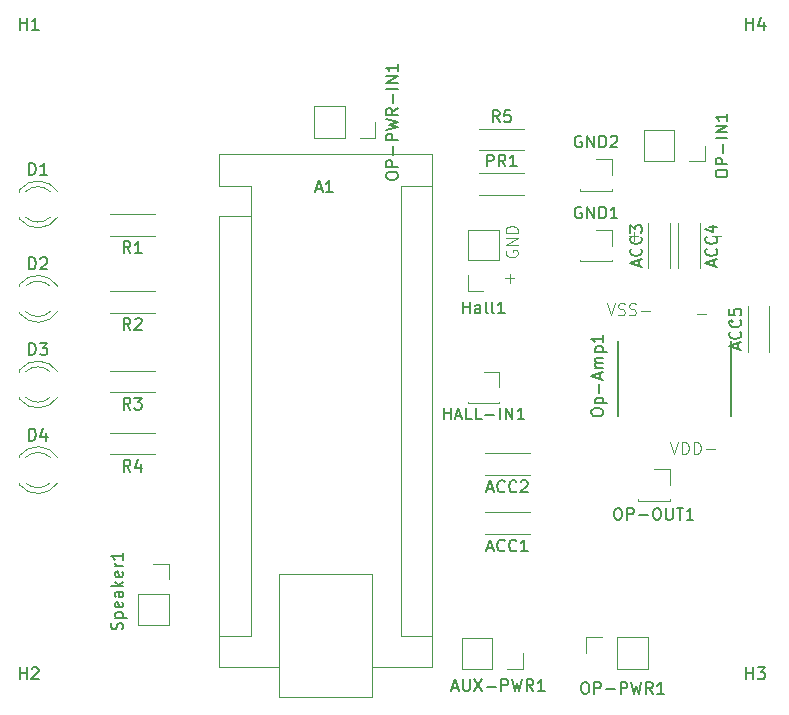
<source format=gbr>
%TF.GenerationSoftware,KiCad,Pcbnew,9.0.0*%
%TF.CreationDate,2025-03-12T10:53:54-03:00*%
%TF.ProjectId,ReceiverSide,52656365-6976-4657-9253-6964652e6b69,rev?*%
%TF.SameCoordinates,Original*%
%TF.FileFunction,Legend,Top*%
%TF.FilePolarity,Positive*%
%FSLAX46Y46*%
G04 Gerber Fmt 4.6, Leading zero omitted, Abs format (unit mm)*
G04 Created by KiCad (PCBNEW 9.0.0) date 2025-03-12 10:53:54*
%MOMM*%
%LPD*%
G01*
G04 APERTURE LIST*
%ADD10C,0.100000*%
%ADD11C,0.150000*%
%ADD12C,0.120000*%
%ADD13C,0.127000*%
%ADD14C,0.200000*%
G04 APERTURE END LIST*
D10*
X181553884Y-84991466D02*
X182315789Y-84991466D01*
X182803884Y-78466466D02*
X183565789Y-78466466D01*
X165303884Y-81991466D02*
X166065789Y-81991466D01*
X165684836Y-82372419D02*
X165684836Y-81610514D01*
X175803884Y-78466466D02*
X176565789Y-78466466D01*
X176184836Y-78847419D02*
X176184836Y-78085514D01*
X173911027Y-84122419D02*
X174244360Y-85122419D01*
X174244360Y-85122419D02*
X174577693Y-84122419D01*
X174863408Y-85074800D02*
X175006265Y-85122419D01*
X175006265Y-85122419D02*
X175244360Y-85122419D01*
X175244360Y-85122419D02*
X175339598Y-85074800D01*
X175339598Y-85074800D02*
X175387217Y-85027180D01*
X175387217Y-85027180D02*
X175434836Y-84931942D01*
X175434836Y-84931942D02*
X175434836Y-84836704D01*
X175434836Y-84836704D02*
X175387217Y-84741466D01*
X175387217Y-84741466D02*
X175339598Y-84693847D01*
X175339598Y-84693847D02*
X175244360Y-84646228D01*
X175244360Y-84646228D02*
X175053884Y-84598609D01*
X175053884Y-84598609D02*
X174958646Y-84550990D01*
X174958646Y-84550990D02*
X174911027Y-84503371D01*
X174911027Y-84503371D02*
X174863408Y-84408133D01*
X174863408Y-84408133D02*
X174863408Y-84312895D01*
X174863408Y-84312895D02*
X174911027Y-84217657D01*
X174911027Y-84217657D02*
X174958646Y-84170038D01*
X174958646Y-84170038D02*
X175053884Y-84122419D01*
X175053884Y-84122419D02*
X175291979Y-84122419D01*
X175291979Y-84122419D02*
X175434836Y-84170038D01*
X175815789Y-85074800D02*
X175958646Y-85122419D01*
X175958646Y-85122419D02*
X176196741Y-85122419D01*
X176196741Y-85122419D02*
X176291979Y-85074800D01*
X176291979Y-85074800D02*
X176339598Y-85027180D01*
X176339598Y-85027180D02*
X176387217Y-84931942D01*
X176387217Y-84931942D02*
X176387217Y-84836704D01*
X176387217Y-84836704D02*
X176339598Y-84741466D01*
X176339598Y-84741466D02*
X176291979Y-84693847D01*
X176291979Y-84693847D02*
X176196741Y-84646228D01*
X176196741Y-84646228D02*
X176006265Y-84598609D01*
X176006265Y-84598609D02*
X175911027Y-84550990D01*
X175911027Y-84550990D02*
X175863408Y-84503371D01*
X175863408Y-84503371D02*
X175815789Y-84408133D01*
X175815789Y-84408133D02*
X175815789Y-84312895D01*
X175815789Y-84312895D02*
X175863408Y-84217657D01*
X175863408Y-84217657D02*
X175911027Y-84170038D01*
X175911027Y-84170038D02*
X176006265Y-84122419D01*
X176006265Y-84122419D02*
X176244360Y-84122419D01*
X176244360Y-84122419D02*
X176387217Y-84170038D01*
X176815789Y-84741466D02*
X177577694Y-84741466D01*
X165420038Y-79672306D02*
X165372419Y-79767544D01*
X165372419Y-79767544D02*
X165372419Y-79910401D01*
X165372419Y-79910401D02*
X165420038Y-80053258D01*
X165420038Y-80053258D02*
X165515276Y-80148496D01*
X165515276Y-80148496D02*
X165610514Y-80196115D01*
X165610514Y-80196115D02*
X165800990Y-80243734D01*
X165800990Y-80243734D02*
X165943847Y-80243734D01*
X165943847Y-80243734D02*
X166134323Y-80196115D01*
X166134323Y-80196115D02*
X166229561Y-80148496D01*
X166229561Y-80148496D02*
X166324800Y-80053258D01*
X166324800Y-80053258D02*
X166372419Y-79910401D01*
X166372419Y-79910401D02*
X166372419Y-79815163D01*
X166372419Y-79815163D02*
X166324800Y-79672306D01*
X166324800Y-79672306D02*
X166277180Y-79624687D01*
X166277180Y-79624687D02*
X165943847Y-79624687D01*
X165943847Y-79624687D02*
X165943847Y-79815163D01*
X166372419Y-79196115D02*
X165372419Y-79196115D01*
X165372419Y-79196115D02*
X166372419Y-78624687D01*
X166372419Y-78624687D02*
X165372419Y-78624687D01*
X166372419Y-78148496D02*
X165372419Y-78148496D01*
X165372419Y-78148496D02*
X165372419Y-77910401D01*
X165372419Y-77910401D02*
X165420038Y-77767544D01*
X165420038Y-77767544D02*
X165515276Y-77672306D01*
X165515276Y-77672306D02*
X165610514Y-77624687D01*
X165610514Y-77624687D02*
X165800990Y-77577068D01*
X165800990Y-77577068D02*
X165943847Y-77577068D01*
X165943847Y-77577068D02*
X166134323Y-77624687D01*
X166134323Y-77624687D02*
X166229561Y-77672306D01*
X166229561Y-77672306D02*
X166324800Y-77767544D01*
X166324800Y-77767544D02*
X166372419Y-77910401D01*
X166372419Y-77910401D02*
X166372419Y-78148496D01*
X179306027Y-95872419D02*
X179639360Y-96872419D01*
X179639360Y-96872419D02*
X179972693Y-95872419D01*
X180306027Y-96872419D02*
X180306027Y-95872419D01*
X180306027Y-95872419D02*
X180544122Y-95872419D01*
X180544122Y-95872419D02*
X180686979Y-95920038D01*
X180686979Y-95920038D02*
X180782217Y-96015276D01*
X180782217Y-96015276D02*
X180829836Y-96110514D01*
X180829836Y-96110514D02*
X180877455Y-96300990D01*
X180877455Y-96300990D02*
X180877455Y-96443847D01*
X180877455Y-96443847D02*
X180829836Y-96634323D01*
X180829836Y-96634323D02*
X180782217Y-96729561D01*
X180782217Y-96729561D02*
X180686979Y-96824800D01*
X180686979Y-96824800D02*
X180544122Y-96872419D01*
X180544122Y-96872419D02*
X180306027Y-96872419D01*
X181306027Y-96872419D02*
X181306027Y-95872419D01*
X181306027Y-95872419D02*
X181544122Y-95872419D01*
X181544122Y-95872419D02*
X181686979Y-95920038D01*
X181686979Y-95920038D02*
X181782217Y-96015276D01*
X181782217Y-96015276D02*
X181829836Y-96110514D01*
X181829836Y-96110514D02*
X181877455Y-96300990D01*
X181877455Y-96300990D02*
X181877455Y-96443847D01*
X181877455Y-96443847D02*
X181829836Y-96634323D01*
X181829836Y-96634323D02*
X181782217Y-96729561D01*
X181782217Y-96729561D02*
X181686979Y-96824800D01*
X181686979Y-96824800D02*
X181544122Y-96872419D01*
X181544122Y-96872419D02*
X181306027Y-96872419D01*
X182306027Y-96491466D02*
X183067932Y-96491466D01*
D11*
X124238095Y-60954819D02*
X124238095Y-59954819D01*
X124238095Y-60431009D02*
X124809523Y-60431009D01*
X124809523Y-60954819D02*
X124809523Y-59954819D01*
X125809523Y-60954819D02*
X125238095Y-60954819D01*
X125523809Y-60954819D02*
X125523809Y-59954819D01*
X125523809Y-59954819D02*
X125428571Y-60097676D01*
X125428571Y-60097676D02*
X125333333Y-60192914D01*
X125333333Y-60192914D02*
X125238095Y-60240533D01*
X124238095Y-115954819D02*
X124238095Y-114954819D01*
X124238095Y-115431009D02*
X124809523Y-115431009D01*
X124809523Y-115954819D02*
X124809523Y-114954819D01*
X125238095Y-115050057D02*
X125285714Y-115002438D01*
X125285714Y-115002438D02*
X125380952Y-114954819D01*
X125380952Y-114954819D02*
X125619047Y-114954819D01*
X125619047Y-114954819D02*
X125714285Y-115002438D01*
X125714285Y-115002438D02*
X125761904Y-115050057D01*
X125761904Y-115050057D02*
X125809523Y-115145295D01*
X125809523Y-115145295D02*
X125809523Y-115240533D01*
X125809523Y-115240533D02*
X125761904Y-115383390D01*
X125761904Y-115383390D02*
X125190476Y-115954819D01*
X125190476Y-115954819D02*
X125809523Y-115954819D01*
X171761904Y-69982438D02*
X171666666Y-69934819D01*
X171666666Y-69934819D02*
X171523809Y-69934819D01*
X171523809Y-69934819D02*
X171380952Y-69982438D01*
X171380952Y-69982438D02*
X171285714Y-70077676D01*
X171285714Y-70077676D02*
X171238095Y-70172914D01*
X171238095Y-70172914D02*
X171190476Y-70363390D01*
X171190476Y-70363390D02*
X171190476Y-70506247D01*
X171190476Y-70506247D02*
X171238095Y-70696723D01*
X171238095Y-70696723D02*
X171285714Y-70791961D01*
X171285714Y-70791961D02*
X171380952Y-70887200D01*
X171380952Y-70887200D02*
X171523809Y-70934819D01*
X171523809Y-70934819D02*
X171619047Y-70934819D01*
X171619047Y-70934819D02*
X171761904Y-70887200D01*
X171761904Y-70887200D02*
X171809523Y-70839580D01*
X171809523Y-70839580D02*
X171809523Y-70506247D01*
X171809523Y-70506247D02*
X171619047Y-70506247D01*
X172238095Y-70934819D02*
X172238095Y-69934819D01*
X172238095Y-69934819D02*
X172809523Y-70934819D01*
X172809523Y-70934819D02*
X172809523Y-69934819D01*
X173285714Y-70934819D02*
X173285714Y-69934819D01*
X173285714Y-69934819D02*
X173523809Y-69934819D01*
X173523809Y-69934819D02*
X173666666Y-69982438D01*
X173666666Y-69982438D02*
X173761904Y-70077676D01*
X173761904Y-70077676D02*
X173809523Y-70172914D01*
X173809523Y-70172914D02*
X173857142Y-70363390D01*
X173857142Y-70363390D02*
X173857142Y-70506247D01*
X173857142Y-70506247D02*
X173809523Y-70696723D01*
X173809523Y-70696723D02*
X173761904Y-70791961D01*
X173761904Y-70791961D02*
X173666666Y-70887200D01*
X173666666Y-70887200D02*
X173523809Y-70934819D01*
X173523809Y-70934819D02*
X173285714Y-70934819D01*
X174238095Y-70030057D02*
X174285714Y-69982438D01*
X174285714Y-69982438D02*
X174380952Y-69934819D01*
X174380952Y-69934819D02*
X174619047Y-69934819D01*
X174619047Y-69934819D02*
X174714285Y-69982438D01*
X174714285Y-69982438D02*
X174761904Y-70030057D01*
X174761904Y-70030057D02*
X174809523Y-70125295D01*
X174809523Y-70125295D02*
X174809523Y-70220533D01*
X174809523Y-70220533D02*
X174761904Y-70363390D01*
X174761904Y-70363390D02*
X174190476Y-70934819D01*
X174190476Y-70934819D02*
X174809523Y-70934819D01*
X171761904Y-75982438D02*
X171666666Y-75934819D01*
X171666666Y-75934819D02*
X171523809Y-75934819D01*
X171523809Y-75934819D02*
X171380952Y-75982438D01*
X171380952Y-75982438D02*
X171285714Y-76077676D01*
X171285714Y-76077676D02*
X171238095Y-76172914D01*
X171238095Y-76172914D02*
X171190476Y-76363390D01*
X171190476Y-76363390D02*
X171190476Y-76506247D01*
X171190476Y-76506247D02*
X171238095Y-76696723D01*
X171238095Y-76696723D02*
X171285714Y-76791961D01*
X171285714Y-76791961D02*
X171380952Y-76887200D01*
X171380952Y-76887200D02*
X171523809Y-76934819D01*
X171523809Y-76934819D02*
X171619047Y-76934819D01*
X171619047Y-76934819D02*
X171761904Y-76887200D01*
X171761904Y-76887200D02*
X171809523Y-76839580D01*
X171809523Y-76839580D02*
X171809523Y-76506247D01*
X171809523Y-76506247D02*
X171619047Y-76506247D01*
X172238095Y-76934819D02*
X172238095Y-75934819D01*
X172238095Y-75934819D02*
X172809523Y-76934819D01*
X172809523Y-76934819D02*
X172809523Y-75934819D01*
X173285714Y-76934819D02*
X173285714Y-75934819D01*
X173285714Y-75934819D02*
X173523809Y-75934819D01*
X173523809Y-75934819D02*
X173666666Y-75982438D01*
X173666666Y-75982438D02*
X173761904Y-76077676D01*
X173761904Y-76077676D02*
X173809523Y-76172914D01*
X173809523Y-76172914D02*
X173857142Y-76363390D01*
X173857142Y-76363390D02*
X173857142Y-76506247D01*
X173857142Y-76506247D02*
X173809523Y-76696723D01*
X173809523Y-76696723D02*
X173761904Y-76791961D01*
X173761904Y-76791961D02*
X173666666Y-76887200D01*
X173666666Y-76887200D02*
X173523809Y-76934819D01*
X173523809Y-76934819D02*
X173285714Y-76934819D01*
X174809523Y-76934819D02*
X174238095Y-76934819D01*
X174523809Y-76934819D02*
X174523809Y-75934819D01*
X174523809Y-75934819D02*
X174428571Y-76077676D01*
X174428571Y-76077676D02*
X174333333Y-76172914D01*
X174333333Y-76172914D02*
X174238095Y-76220533D01*
X155224819Y-73417856D02*
X155224819Y-73227380D01*
X155224819Y-73227380D02*
X155272438Y-73132142D01*
X155272438Y-73132142D02*
X155367676Y-73036904D01*
X155367676Y-73036904D02*
X155558152Y-72989285D01*
X155558152Y-72989285D02*
X155891485Y-72989285D01*
X155891485Y-72989285D02*
X156081961Y-73036904D01*
X156081961Y-73036904D02*
X156177200Y-73132142D01*
X156177200Y-73132142D02*
X156224819Y-73227380D01*
X156224819Y-73227380D02*
X156224819Y-73417856D01*
X156224819Y-73417856D02*
X156177200Y-73513094D01*
X156177200Y-73513094D02*
X156081961Y-73608332D01*
X156081961Y-73608332D02*
X155891485Y-73655951D01*
X155891485Y-73655951D02*
X155558152Y-73655951D01*
X155558152Y-73655951D02*
X155367676Y-73608332D01*
X155367676Y-73608332D02*
X155272438Y-73513094D01*
X155272438Y-73513094D02*
X155224819Y-73417856D01*
X156224819Y-72560713D02*
X155224819Y-72560713D01*
X155224819Y-72560713D02*
X155224819Y-72179761D01*
X155224819Y-72179761D02*
X155272438Y-72084523D01*
X155272438Y-72084523D02*
X155320057Y-72036904D01*
X155320057Y-72036904D02*
X155415295Y-71989285D01*
X155415295Y-71989285D02*
X155558152Y-71989285D01*
X155558152Y-71989285D02*
X155653390Y-72036904D01*
X155653390Y-72036904D02*
X155701009Y-72084523D01*
X155701009Y-72084523D02*
X155748628Y-72179761D01*
X155748628Y-72179761D02*
X155748628Y-72560713D01*
X155843866Y-71560713D02*
X155843866Y-70798809D01*
X156224819Y-70322618D02*
X155224819Y-70322618D01*
X155224819Y-70322618D02*
X155224819Y-69941666D01*
X155224819Y-69941666D02*
X155272438Y-69846428D01*
X155272438Y-69846428D02*
X155320057Y-69798809D01*
X155320057Y-69798809D02*
X155415295Y-69751190D01*
X155415295Y-69751190D02*
X155558152Y-69751190D01*
X155558152Y-69751190D02*
X155653390Y-69798809D01*
X155653390Y-69798809D02*
X155701009Y-69846428D01*
X155701009Y-69846428D02*
X155748628Y-69941666D01*
X155748628Y-69941666D02*
X155748628Y-70322618D01*
X155224819Y-69417856D02*
X156224819Y-69179761D01*
X156224819Y-69179761D02*
X155510533Y-68989285D01*
X155510533Y-68989285D02*
X156224819Y-68798809D01*
X156224819Y-68798809D02*
X155224819Y-68560714D01*
X156224819Y-67608333D02*
X155748628Y-67941666D01*
X156224819Y-68179761D02*
X155224819Y-68179761D01*
X155224819Y-68179761D02*
X155224819Y-67798809D01*
X155224819Y-67798809D02*
X155272438Y-67703571D01*
X155272438Y-67703571D02*
X155320057Y-67655952D01*
X155320057Y-67655952D02*
X155415295Y-67608333D01*
X155415295Y-67608333D02*
X155558152Y-67608333D01*
X155558152Y-67608333D02*
X155653390Y-67655952D01*
X155653390Y-67655952D02*
X155701009Y-67703571D01*
X155701009Y-67703571D02*
X155748628Y-67798809D01*
X155748628Y-67798809D02*
X155748628Y-68179761D01*
X155843866Y-67179761D02*
X155843866Y-66417857D01*
X156224819Y-65941666D02*
X155224819Y-65941666D01*
X156224819Y-65465476D02*
X155224819Y-65465476D01*
X155224819Y-65465476D02*
X156224819Y-64894048D01*
X156224819Y-64894048D02*
X155224819Y-64894048D01*
X156224819Y-63894048D02*
X156224819Y-64465476D01*
X156224819Y-64179762D02*
X155224819Y-64179762D01*
X155224819Y-64179762D02*
X155367676Y-64275000D01*
X155367676Y-64275000D02*
X155462914Y-64370238D01*
X155462914Y-64370238D02*
X155510533Y-64465476D01*
X125011905Y-81244819D02*
X125011905Y-80244819D01*
X125011905Y-80244819D02*
X125250000Y-80244819D01*
X125250000Y-80244819D02*
X125392857Y-80292438D01*
X125392857Y-80292438D02*
X125488095Y-80387676D01*
X125488095Y-80387676D02*
X125535714Y-80482914D01*
X125535714Y-80482914D02*
X125583333Y-80673390D01*
X125583333Y-80673390D02*
X125583333Y-80816247D01*
X125583333Y-80816247D02*
X125535714Y-81006723D01*
X125535714Y-81006723D02*
X125488095Y-81101961D01*
X125488095Y-81101961D02*
X125392857Y-81197200D01*
X125392857Y-81197200D02*
X125250000Y-81244819D01*
X125250000Y-81244819D02*
X125011905Y-81244819D01*
X125964286Y-80340057D02*
X126011905Y-80292438D01*
X126011905Y-80292438D02*
X126107143Y-80244819D01*
X126107143Y-80244819D02*
X126345238Y-80244819D01*
X126345238Y-80244819D02*
X126440476Y-80292438D01*
X126440476Y-80292438D02*
X126488095Y-80340057D01*
X126488095Y-80340057D02*
X126535714Y-80435295D01*
X126535714Y-80435295D02*
X126535714Y-80530533D01*
X126535714Y-80530533D02*
X126488095Y-80673390D01*
X126488095Y-80673390D02*
X125916667Y-81244819D01*
X125916667Y-81244819D02*
X126535714Y-81244819D01*
X133583333Y-93124819D02*
X133250000Y-92648628D01*
X133011905Y-93124819D02*
X133011905Y-92124819D01*
X133011905Y-92124819D02*
X133392857Y-92124819D01*
X133392857Y-92124819D02*
X133488095Y-92172438D01*
X133488095Y-92172438D02*
X133535714Y-92220057D01*
X133535714Y-92220057D02*
X133583333Y-92315295D01*
X133583333Y-92315295D02*
X133583333Y-92458152D01*
X133583333Y-92458152D02*
X133535714Y-92553390D01*
X133535714Y-92553390D02*
X133488095Y-92601009D01*
X133488095Y-92601009D02*
X133392857Y-92648628D01*
X133392857Y-92648628D02*
X133011905Y-92648628D01*
X133916667Y-92124819D02*
X134535714Y-92124819D01*
X134535714Y-92124819D02*
X134202381Y-92505771D01*
X134202381Y-92505771D02*
X134345238Y-92505771D01*
X134345238Y-92505771D02*
X134440476Y-92553390D01*
X134440476Y-92553390D02*
X134488095Y-92601009D01*
X134488095Y-92601009D02*
X134535714Y-92696247D01*
X134535714Y-92696247D02*
X134535714Y-92934342D01*
X134535714Y-92934342D02*
X134488095Y-93029580D01*
X134488095Y-93029580D02*
X134440476Y-93077200D01*
X134440476Y-93077200D02*
X134345238Y-93124819D01*
X134345238Y-93124819D02*
X134059524Y-93124819D01*
X134059524Y-93124819D02*
X133964286Y-93077200D01*
X133964286Y-93077200D02*
X133916667Y-93029580D01*
X172599819Y-93440475D02*
X172599819Y-93249999D01*
X172599819Y-93249999D02*
X172647438Y-93154761D01*
X172647438Y-93154761D02*
X172742676Y-93059523D01*
X172742676Y-93059523D02*
X172933152Y-93011904D01*
X172933152Y-93011904D02*
X173266485Y-93011904D01*
X173266485Y-93011904D02*
X173456961Y-93059523D01*
X173456961Y-93059523D02*
X173552200Y-93154761D01*
X173552200Y-93154761D02*
X173599819Y-93249999D01*
X173599819Y-93249999D02*
X173599819Y-93440475D01*
X173599819Y-93440475D02*
X173552200Y-93535713D01*
X173552200Y-93535713D02*
X173456961Y-93630951D01*
X173456961Y-93630951D02*
X173266485Y-93678570D01*
X173266485Y-93678570D02*
X172933152Y-93678570D01*
X172933152Y-93678570D02*
X172742676Y-93630951D01*
X172742676Y-93630951D02*
X172647438Y-93535713D01*
X172647438Y-93535713D02*
X172599819Y-93440475D01*
X172933152Y-92583332D02*
X173933152Y-92583332D01*
X172980771Y-92583332D02*
X172933152Y-92488094D01*
X172933152Y-92488094D02*
X172933152Y-92297618D01*
X172933152Y-92297618D02*
X172980771Y-92202380D01*
X172980771Y-92202380D02*
X173028390Y-92154761D01*
X173028390Y-92154761D02*
X173123628Y-92107142D01*
X173123628Y-92107142D02*
X173409342Y-92107142D01*
X173409342Y-92107142D02*
X173504580Y-92154761D01*
X173504580Y-92154761D02*
X173552200Y-92202380D01*
X173552200Y-92202380D02*
X173599819Y-92297618D01*
X173599819Y-92297618D02*
X173599819Y-92488094D01*
X173599819Y-92488094D02*
X173552200Y-92583332D01*
X173218866Y-91678570D02*
X173218866Y-90916666D01*
X173314104Y-90488094D02*
X173314104Y-90011904D01*
X173599819Y-90583332D02*
X172599819Y-90249999D01*
X172599819Y-90249999D02*
X173599819Y-89916666D01*
X173599819Y-89583332D02*
X172933152Y-89583332D01*
X173028390Y-89583332D02*
X172980771Y-89535713D01*
X172980771Y-89535713D02*
X172933152Y-89440475D01*
X172933152Y-89440475D02*
X172933152Y-89297618D01*
X172933152Y-89297618D02*
X172980771Y-89202380D01*
X172980771Y-89202380D02*
X173076009Y-89154761D01*
X173076009Y-89154761D02*
X173599819Y-89154761D01*
X173076009Y-89154761D02*
X172980771Y-89107142D01*
X172980771Y-89107142D02*
X172933152Y-89011904D01*
X172933152Y-89011904D02*
X172933152Y-88869047D01*
X172933152Y-88869047D02*
X172980771Y-88773808D01*
X172980771Y-88773808D02*
X173076009Y-88726189D01*
X173076009Y-88726189D02*
X173599819Y-88726189D01*
X172933152Y-88249999D02*
X173933152Y-88249999D01*
X172980771Y-88249999D02*
X172933152Y-88154761D01*
X172933152Y-88154761D02*
X172933152Y-87964285D01*
X172933152Y-87964285D02*
X172980771Y-87869047D01*
X172980771Y-87869047D02*
X173028390Y-87821428D01*
X173028390Y-87821428D02*
X173123628Y-87773809D01*
X173123628Y-87773809D02*
X173409342Y-87773809D01*
X173409342Y-87773809D02*
X173504580Y-87821428D01*
X173504580Y-87821428D02*
X173552200Y-87869047D01*
X173552200Y-87869047D02*
X173599819Y-87964285D01*
X173599819Y-87964285D02*
X173599819Y-88154761D01*
X173599819Y-88154761D02*
X173552200Y-88249999D01*
X173599819Y-86821428D02*
X173599819Y-87392856D01*
X173599819Y-87107142D02*
X172599819Y-87107142D01*
X172599819Y-87107142D02*
X172742676Y-87202380D01*
X172742676Y-87202380D02*
X172837914Y-87297618D01*
X172837914Y-87297618D02*
X172885533Y-87392856D01*
X183119819Y-73227380D02*
X183119819Y-73036904D01*
X183119819Y-73036904D02*
X183167438Y-72941666D01*
X183167438Y-72941666D02*
X183262676Y-72846428D01*
X183262676Y-72846428D02*
X183453152Y-72798809D01*
X183453152Y-72798809D02*
X183786485Y-72798809D01*
X183786485Y-72798809D02*
X183976961Y-72846428D01*
X183976961Y-72846428D02*
X184072200Y-72941666D01*
X184072200Y-72941666D02*
X184119819Y-73036904D01*
X184119819Y-73036904D02*
X184119819Y-73227380D01*
X184119819Y-73227380D02*
X184072200Y-73322618D01*
X184072200Y-73322618D02*
X183976961Y-73417856D01*
X183976961Y-73417856D02*
X183786485Y-73465475D01*
X183786485Y-73465475D02*
X183453152Y-73465475D01*
X183453152Y-73465475D02*
X183262676Y-73417856D01*
X183262676Y-73417856D02*
X183167438Y-73322618D01*
X183167438Y-73322618D02*
X183119819Y-73227380D01*
X184119819Y-72370237D02*
X183119819Y-72370237D01*
X183119819Y-72370237D02*
X183119819Y-71989285D01*
X183119819Y-71989285D02*
X183167438Y-71894047D01*
X183167438Y-71894047D02*
X183215057Y-71846428D01*
X183215057Y-71846428D02*
X183310295Y-71798809D01*
X183310295Y-71798809D02*
X183453152Y-71798809D01*
X183453152Y-71798809D02*
X183548390Y-71846428D01*
X183548390Y-71846428D02*
X183596009Y-71894047D01*
X183596009Y-71894047D02*
X183643628Y-71989285D01*
X183643628Y-71989285D02*
X183643628Y-72370237D01*
X183738866Y-71370237D02*
X183738866Y-70608333D01*
X184119819Y-70132142D02*
X183119819Y-70132142D01*
X184119819Y-69655952D02*
X183119819Y-69655952D01*
X183119819Y-69655952D02*
X184119819Y-69084524D01*
X184119819Y-69084524D02*
X183119819Y-69084524D01*
X184119819Y-68084524D02*
X184119819Y-68655952D01*
X184119819Y-68370238D02*
X183119819Y-68370238D01*
X183119819Y-68370238D02*
X183262676Y-68465476D01*
X183262676Y-68465476D02*
X183357914Y-68560714D01*
X183357914Y-68560714D02*
X183405533Y-68655952D01*
X133583333Y-86374819D02*
X133250000Y-85898628D01*
X133011905Y-86374819D02*
X133011905Y-85374819D01*
X133011905Y-85374819D02*
X133392857Y-85374819D01*
X133392857Y-85374819D02*
X133488095Y-85422438D01*
X133488095Y-85422438D02*
X133535714Y-85470057D01*
X133535714Y-85470057D02*
X133583333Y-85565295D01*
X133583333Y-85565295D02*
X133583333Y-85708152D01*
X133583333Y-85708152D02*
X133535714Y-85803390D01*
X133535714Y-85803390D02*
X133488095Y-85851009D01*
X133488095Y-85851009D02*
X133392857Y-85898628D01*
X133392857Y-85898628D02*
X133011905Y-85898628D01*
X133964286Y-85470057D02*
X134011905Y-85422438D01*
X134011905Y-85422438D02*
X134107143Y-85374819D01*
X134107143Y-85374819D02*
X134345238Y-85374819D01*
X134345238Y-85374819D02*
X134440476Y-85422438D01*
X134440476Y-85422438D02*
X134488095Y-85470057D01*
X134488095Y-85470057D02*
X134535714Y-85565295D01*
X134535714Y-85565295D02*
X134535714Y-85660533D01*
X134535714Y-85660533D02*
X134488095Y-85803390D01*
X134488095Y-85803390D02*
X133916667Y-86374819D01*
X133916667Y-86374819D02*
X134535714Y-86374819D01*
X185738095Y-115954819D02*
X185738095Y-114954819D01*
X185738095Y-115431009D02*
X186309523Y-115431009D01*
X186309523Y-115954819D02*
X186309523Y-114954819D01*
X186690476Y-114954819D02*
X187309523Y-114954819D01*
X187309523Y-114954819D02*
X186976190Y-115335771D01*
X186976190Y-115335771D02*
X187119047Y-115335771D01*
X187119047Y-115335771D02*
X187214285Y-115383390D01*
X187214285Y-115383390D02*
X187261904Y-115431009D01*
X187261904Y-115431009D02*
X187309523Y-115526247D01*
X187309523Y-115526247D02*
X187309523Y-115764342D01*
X187309523Y-115764342D02*
X187261904Y-115859580D01*
X187261904Y-115859580D02*
X187214285Y-115907200D01*
X187214285Y-115907200D02*
X187119047Y-115954819D01*
X187119047Y-115954819D02*
X186833333Y-115954819D01*
X186833333Y-115954819D02*
X186738095Y-115907200D01*
X186738095Y-115907200D02*
X186690476Y-115859580D01*
X163785714Y-99839104D02*
X164261904Y-99839104D01*
X163690476Y-100124819D02*
X164023809Y-99124819D01*
X164023809Y-99124819D02*
X164357142Y-100124819D01*
X165261904Y-100029580D02*
X165214285Y-100077200D01*
X165214285Y-100077200D02*
X165071428Y-100124819D01*
X165071428Y-100124819D02*
X164976190Y-100124819D01*
X164976190Y-100124819D02*
X164833333Y-100077200D01*
X164833333Y-100077200D02*
X164738095Y-99981961D01*
X164738095Y-99981961D02*
X164690476Y-99886723D01*
X164690476Y-99886723D02*
X164642857Y-99696247D01*
X164642857Y-99696247D02*
X164642857Y-99553390D01*
X164642857Y-99553390D02*
X164690476Y-99362914D01*
X164690476Y-99362914D02*
X164738095Y-99267676D01*
X164738095Y-99267676D02*
X164833333Y-99172438D01*
X164833333Y-99172438D02*
X164976190Y-99124819D01*
X164976190Y-99124819D02*
X165071428Y-99124819D01*
X165071428Y-99124819D02*
X165214285Y-99172438D01*
X165214285Y-99172438D02*
X165261904Y-99220057D01*
X166261904Y-100029580D02*
X166214285Y-100077200D01*
X166214285Y-100077200D02*
X166071428Y-100124819D01*
X166071428Y-100124819D02*
X165976190Y-100124819D01*
X165976190Y-100124819D02*
X165833333Y-100077200D01*
X165833333Y-100077200D02*
X165738095Y-99981961D01*
X165738095Y-99981961D02*
X165690476Y-99886723D01*
X165690476Y-99886723D02*
X165642857Y-99696247D01*
X165642857Y-99696247D02*
X165642857Y-99553390D01*
X165642857Y-99553390D02*
X165690476Y-99362914D01*
X165690476Y-99362914D02*
X165738095Y-99267676D01*
X165738095Y-99267676D02*
X165833333Y-99172438D01*
X165833333Y-99172438D02*
X165976190Y-99124819D01*
X165976190Y-99124819D02*
X166071428Y-99124819D01*
X166071428Y-99124819D02*
X166214285Y-99172438D01*
X166214285Y-99172438D02*
X166261904Y-99220057D01*
X166642857Y-99220057D02*
X166690476Y-99172438D01*
X166690476Y-99172438D02*
X166785714Y-99124819D01*
X166785714Y-99124819D02*
X167023809Y-99124819D01*
X167023809Y-99124819D02*
X167119047Y-99172438D01*
X167119047Y-99172438D02*
X167166666Y-99220057D01*
X167166666Y-99220057D02*
X167214285Y-99315295D01*
X167214285Y-99315295D02*
X167214285Y-99410533D01*
X167214285Y-99410533D02*
X167166666Y-99553390D01*
X167166666Y-99553390D02*
X166595238Y-100124819D01*
X166595238Y-100124819D02*
X167214285Y-100124819D01*
X171988095Y-116204819D02*
X172178571Y-116204819D01*
X172178571Y-116204819D02*
X172273809Y-116252438D01*
X172273809Y-116252438D02*
X172369047Y-116347676D01*
X172369047Y-116347676D02*
X172416666Y-116538152D01*
X172416666Y-116538152D02*
X172416666Y-116871485D01*
X172416666Y-116871485D02*
X172369047Y-117061961D01*
X172369047Y-117061961D02*
X172273809Y-117157200D01*
X172273809Y-117157200D02*
X172178571Y-117204819D01*
X172178571Y-117204819D02*
X171988095Y-117204819D01*
X171988095Y-117204819D02*
X171892857Y-117157200D01*
X171892857Y-117157200D02*
X171797619Y-117061961D01*
X171797619Y-117061961D02*
X171750000Y-116871485D01*
X171750000Y-116871485D02*
X171750000Y-116538152D01*
X171750000Y-116538152D02*
X171797619Y-116347676D01*
X171797619Y-116347676D02*
X171892857Y-116252438D01*
X171892857Y-116252438D02*
X171988095Y-116204819D01*
X172845238Y-117204819D02*
X172845238Y-116204819D01*
X172845238Y-116204819D02*
X173226190Y-116204819D01*
X173226190Y-116204819D02*
X173321428Y-116252438D01*
X173321428Y-116252438D02*
X173369047Y-116300057D01*
X173369047Y-116300057D02*
X173416666Y-116395295D01*
X173416666Y-116395295D02*
X173416666Y-116538152D01*
X173416666Y-116538152D02*
X173369047Y-116633390D01*
X173369047Y-116633390D02*
X173321428Y-116681009D01*
X173321428Y-116681009D02*
X173226190Y-116728628D01*
X173226190Y-116728628D02*
X172845238Y-116728628D01*
X173845238Y-116823866D02*
X174607143Y-116823866D01*
X175083333Y-117204819D02*
X175083333Y-116204819D01*
X175083333Y-116204819D02*
X175464285Y-116204819D01*
X175464285Y-116204819D02*
X175559523Y-116252438D01*
X175559523Y-116252438D02*
X175607142Y-116300057D01*
X175607142Y-116300057D02*
X175654761Y-116395295D01*
X175654761Y-116395295D02*
X175654761Y-116538152D01*
X175654761Y-116538152D02*
X175607142Y-116633390D01*
X175607142Y-116633390D02*
X175559523Y-116681009D01*
X175559523Y-116681009D02*
X175464285Y-116728628D01*
X175464285Y-116728628D02*
X175083333Y-116728628D01*
X175988095Y-116204819D02*
X176226190Y-117204819D01*
X176226190Y-117204819D02*
X176416666Y-116490533D01*
X176416666Y-116490533D02*
X176607142Y-117204819D01*
X176607142Y-117204819D02*
X176845238Y-116204819D01*
X177797618Y-117204819D02*
X177464285Y-116728628D01*
X177226190Y-117204819D02*
X177226190Y-116204819D01*
X177226190Y-116204819D02*
X177607142Y-116204819D01*
X177607142Y-116204819D02*
X177702380Y-116252438D01*
X177702380Y-116252438D02*
X177749999Y-116300057D01*
X177749999Y-116300057D02*
X177797618Y-116395295D01*
X177797618Y-116395295D02*
X177797618Y-116538152D01*
X177797618Y-116538152D02*
X177749999Y-116633390D01*
X177749999Y-116633390D02*
X177702380Y-116681009D01*
X177702380Y-116681009D02*
X177607142Y-116728628D01*
X177607142Y-116728628D02*
X177226190Y-116728628D01*
X178749999Y-117204819D02*
X178178571Y-117204819D01*
X178464285Y-117204819D02*
X178464285Y-116204819D01*
X178464285Y-116204819D02*
X178369047Y-116347676D01*
X178369047Y-116347676D02*
X178273809Y-116442914D01*
X178273809Y-116442914D02*
X178178571Y-116490533D01*
X163785714Y-104839104D02*
X164261904Y-104839104D01*
X163690476Y-105124819D02*
X164023809Y-104124819D01*
X164023809Y-104124819D02*
X164357142Y-105124819D01*
X165261904Y-105029580D02*
X165214285Y-105077200D01*
X165214285Y-105077200D02*
X165071428Y-105124819D01*
X165071428Y-105124819D02*
X164976190Y-105124819D01*
X164976190Y-105124819D02*
X164833333Y-105077200D01*
X164833333Y-105077200D02*
X164738095Y-104981961D01*
X164738095Y-104981961D02*
X164690476Y-104886723D01*
X164690476Y-104886723D02*
X164642857Y-104696247D01*
X164642857Y-104696247D02*
X164642857Y-104553390D01*
X164642857Y-104553390D02*
X164690476Y-104362914D01*
X164690476Y-104362914D02*
X164738095Y-104267676D01*
X164738095Y-104267676D02*
X164833333Y-104172438D01*
X164833333Y-104172438D02*
X164976190Y-104124819D01*
X164976190Y-104124819D02*
X165071428Y-104124819D01*
X165071428Y-104124819D02*
X165214285Y-104172438D01*
X165214285Y-104172438D02*
X165261904Y-104220057D01*
X166261904Y-105029580D02*
X166214285Y-105077200D01*
X166214285Y-105077200D02*
X166071428Y-105124819D01*
X166071428Y-105124819D02*
X165976190Y-105124819D01*
X165976190Y-105124819D02*
X165833333Y-105077200D01*
X165833333Y-105077200D02*
X165738095Y-104981961D01*
X165738095Y-104981961D02*
X165690476Y-104886723D01*
X165690476Y-104886723D02*
X165642857Y-104696247D01*
X165642857Y-104696247D02*
X165642857Y-104553390D01*
X165642857Y-104553390D02*
X165690476Y-104362914D01*
X165690476Y-104362914D02*
X165738095Y-104267676D01*
X165738095Y-104267676D02*
X165833333Y-104172438D01*
X165833333Y-104172438D02*
X165976190Y-104124819D01*
X165976190Y-104124819D02*
X166071428Y-104124819D01*
X166071428Y-104124819D02*
X166214285Y-104172438D01*
X166214285Y-104172438D02*
X166261904Y-104220057D01*
X167214285Y-105124819D02*
X166642857Y-105124819D01*
X166928571Y-105124819D02*
X166928571Y-104124819D01*
X166928571Y-104124819D02*
X166833333Y-104267676D01*
X166833333Y-104267676D02*
X166738095Y-104362914D01*
X166738095Y-104362914D02*
X166642857Y-104410533D01*
X125011905Y-95744819D02*
X125011905Y-94744819D01*
X125011905Y-94744819D02*
X125250000Y-94744819D01*
X125250000Y-94744819D02*
X125392857Y-94792438D01*
X125392857Y-94792438D02*
X125488095Y-94887676D01*
X125488095Y-94887676D02*
X125535714Y-94982914D01*
X125535714Y-94982914D02*
X125583333Y-95173390D01*
X125583333Y-95173390D02*
X125583333Y-95316247D01*
X125583333Y-95316247D02*
X125535714Y-95506723D01*
X125535714Y-95506723D02*
X125488095Y-95601961D01*
X125488095Y-95601961D02*
X125392857Y-95697200D01*
X125392857Y-95697200D02*
X125250000Y-95744819D01*
X125250000Y-95744819D02*
X125011905Y-95744819D01*
X126440476Y-95078152D02*
X126440476Y-95744819D01*
X126202381Y-94697200D02*
X125964286Y-95411485D01*
X125964286Y-95411485D02*
X126583333Y-95411485D01*
X164833333Y-68784819D02*
X164500000Y-68308628D01*
X164261905Y-68784819D02*
X164261905Y-67784819D01*
X164261905Y-67784819D02*
X164642857Y-67784819D01*
X164642857Y-67784819D02*
X164738095Y-67832438D01*
X164738095Y-67832438D02*
X164785714Y-67880057D01*
X164785714Y-67880057D02*
X164833333Y-67975295D01*
X164833333Y-67975295D02*
X164833333Y-68118152D01*
X164833333Y-68118152D02*
X164785714Y-68213390D01*
X164785714Y-68213390D02*
X164738095Y-68261009D01*
X164738095Y-68261009D02*
X164642857Y-68308628D01*
X164642857Y-68308628D02*
X164261905Y-68308628D01*
X165738095Y-67784819D02*
X165261905Y-67784819D01*
X165261905Y-67784819D02*
X165214286Y-68261009D01*
X165214286Y-68261009D02*
X165261905Y-68213390D01*
X165261905Y-68213390D02*
X165357143Y-68165771D01*
X165357143Y-68165771D02*
X165595238Y-68165771D01*
X165595238Y-68165771D02*
X165690476Y-68213390D01*
X165690476Y-68213390D02*
X165738095Y-68261009D01*
X165738095Y-68261009D02*
X165785714Y-68356247D01*
X165785714Y-68356247D02*
X165785714Y-68594342D01*
X165785714Y-68594342D02*
X165738095Y-68689580D01*
X165738095Y-68689580D02*
X165690476Y-68737200D01*
X165690476Y-68737200D02*
X165595238Y-68784819D01*
X165595238Y-68784819D02*
X165357143Y-68784819D01*
X165357143Y-68784819D02*
X165261905Y-68737200D01*
X165261905Y-68737200D02*
X165214286Y-68689580D01*
X185738095Y-60954819D02*
X185738095Y-59954819D01*
X185738095Y-60431009D02*
X186309523Y-60431009D01*
X186309523Y-60954819D02*
X186309523Y-59954819D01*
X187214285Y-60288152D02*
X187214285Y-60954819D01*
X186976190Y-59907200D02*
X186738095Y-60621485D01*
X186738095Y-60621485D02*
X187357142Y-60621485D01*
X149285714Y-74419104D02*
X149761904Y-74419104D01*
X149190476Y-74704819D02*
X149523809Y-73704819D01*
X149523809Y-73704819D02*
X149857142Y-74704819D01*
X150714285Y-74704819D02*
X150142857Y-74704819D01*
X150428571Y-74704819D02*
X150428571Y-73704819D01*
X150428571Y-73704819D02*
X150333333Y-73847676D01*
X150333333Y-73847676D02*
X150238095Y-73942914D01*
X150238095Y-73942914D02*
X150142857Y-73990533D01*
X176604104Y-80964285D02*
X176604104Y-80488095D01*
X176889819Y-81059523D02*
X175889819Y-80726190D01*
X175889819Y-80726190D02*
X176889819Y-80392857D01*
X176794580Y-79488095D02*
X176842200Y-79535714D01*
X176842200Y-79535714D02*
X176889819Y-79678571D01*
X176889819Y-79678571D02*
X176889819Y-79773809D01*
X176889819Y-79773809D02*
X176842200Y-79916666D01*
X176842200Y-79916666D02*
X176746961Y-80011904D01*
X176746961Y-80011904D02*
X176651723Y-80059523D01*
X176651723Y-80059523D02*
X176461247Y-80107142D01*
X176461247Y-80107142D02*
X176318390Y-80107142D01*
X176318390Y-80107142D02*
X176127914Y-80059523D01*
X176127914Y-80059523D02*
X176032676Y-80011904D01*
X176032676Y-80011904D02*
X175937438Y-79916666D01*
X175937438Y-79916666D02*
X175889819Y-79773809D01*
X175889819Y-79773809D02*
X175889819Y-79678571D01*
X175889819Y-79678571D02*
X175937438Y-79535714D01*
X175937438Y-79535714D02*
X175985057Y-79488095D01*
X176794580Y-78488095D02*
X176842200Y-78535714D01*
X176842200Y-78535714D02*
X176889819Y-78678571D01*
X176889819Y-78678571D02*
X176889819Y-78773809D01*
X176889819Y-78773809D02*
X176842200Y-78916666D01*
X176842200Y-78916666D02*
X176746961Y-79011904D01*
X176746961Y-79011904D02*
X176651723Y-79059523D01*
X176651723Y-79059523D02*
X176461247Y-79107142D01*
X176461247Y-79107142D02*
X176318390Y-79107142D01*
X176318390Y-79107142D02*
X176127914Y-79059523D01*
X176127914Y-79059523D02*
X176032676Y-79011904D01*
X176032676Y-79011904D02*
X175937438Y-78916666D01*
X175937438Y-78916666D02*
X175889819Y-78773809D01*
X175889819Y-78773809D02*
X175889819Y-78678571D01*
X175889819Y-78678571D02*
X175937438Y-78535714D01*
X175937438Y-78535714D02*
X175985057Y-78488095D01*
X175889819Y-78154761D02*
X175889819Y-77535714D01*
X175889819Y-77535714D02*
X176270771Y-77869047D01*
X176270771Y-77869047D02*
X176270771Y-77726190D01*
X176270771Y-77726190D02*
X176318390Y-77630952D01*
X176318390Y-77630952D02*
X176366009Y-77583333D01*
X176366009Y-77583333D02*
X176461247Y-77535714D01*
X176461247Y-77535714D02*
X176699342Y-77535714D01*
X176699342Y-77535714D02*
X176794580Y-77583333D01*
X176794580Y-77583333D02*
X176842200Y-77630952D01*
X176842200Y-77630952D02*
X176889819Y-77726190D01*
X176889819Y-77726190D02*
X176889819Y-78011904D01*
X176889819Y-78011904D02*
X176842200Y-78107142D01*
X176842200Y-78107142D02*
X176794580Y-78154761D01*
X125011905Y-73244819D02*
X125011905Y-72244819D01*
X125011905Y-72244819D02*
X125250000Y-72244819D01*
X125250000Y-72244819D02*
X125392857Y-72292438D01*
X125392857Y-72292438D02*
X125488095Y-72387676D01*
X125488095Y-72387676D02*
X125535714Y-72482914D01*
X125535714Y-72482914D02*
X125583333Y-72673390D01*
X125583333Y-72673390D02*
X125583333Y-72816247D01*
X125583333Y-72816247D02*
X125535714Y-73006723D01*
X125535714Y-73006723D02*
X125488095Y-73101961D01*
X125488095Y-73101961D02*
X125392857Y-73197200D01*
X125392857Y-73197200D02*
X125250000Y-73244819D01*
X125250000Y-73244819D02*
X125011905Y-73244819D01*
X126535714Y-73244819D02*
X125964286Y-73244819D01*
X126250000Y-73244819D02*
X126250000Y-72244819D01*
X126250000Y-72244819D02*
X126154762Y-72387676D01*
X126154762Y-72387676D02*
X126059524Y-72482914D01*
X126059524Y-72482914D02*
X125964286Y-72530533D01*
X182984104Y-80964284D02*
X182984104Y-80488094D01*
X183269819Y-81059522D02*
X182269819Y-80726189D01*
X182269819Y-80726189D02*
X183269819Y-80392856D01*
X183174580Y-79488094D02*
X183222200Y-79535713D01*
X183222200Y-79535713D02*
X183269819Y-79678570D01*
X183269819Y-79678570D02*
X183269819Y-79773808D01*
X183269819Y-79773808D02*
X183222200Y-79916665D01*
X183222200Y-79916665D02*
X183126961Y-80011903D01*
X183126961Y-80011903D02*
X183031723Y-80059522D01*
X183031723Y-80059522D02*
X182841247Y-80107141D01*
X182841247Y-80107141D02*
X182698390Y-80107141D01*
X182698390Y-80107141D02*
X182507914Y-80059522D01*
X182507914Y-80059522D02*
X182412676Y-80011903D01*
X182412676Y-80011903D02*
X182317438Y-79916665D01*
X182317438Y-79916665D02*
X182269819Y-79773808D01*
X182269819Y-79773808D02*
X182269819Y-79678570D01*
X182269819Y-79678570D02*
X182317438Y-79535713D01*
X182317438Y-79535713D02*
X182365057Y-79488094D01*
X183174580Y-78488094D02*
X183222200Y-78535713D01*
X183222200Y-78535713D02*
X183269819Y-78678570D01*
X183269819Y-78678570D02*
X183269819Y-78773808D01*
X183269819Y-78773808D02*
X183222200Y-78916665D01*
X183222200Y-78916665D02*
X183126961Y-79011903D01*
X183126961Y-79011903D02*
X183031723Y-79059522D01*
X183031723Y-79059522D02*
X182841247Y-79107141D01*
X182841247Y-79107141D02*
X182698390Y-79107141D01*
X182698390Y-79107141D02*
X182507914Y-79059522D01*
X182507914Y-79059522D02*
X182412676Y-79011903D01*
X182412676Y-79011903D02*
X182317438Y-78916665D01*
X182317438Y-78916665D02*
X182269819Y-78773808D01*
X182269819Y-78773808D02*
X182269819Y-78678570D01*
X182269819Y-78678570D02*
X182317438Y-78535713D01*
X182317438Y-78535713D02*
X182365057Y-78488094D01*
X182603152Y-77630951D02*
X183269819Y-77630951D01*
X182222200Y-77869046D02*
X182936485Y-78107141D01*
X182936485Y-78107141D02*
X182936485Y-77488094D01*
X133583333Y-98374819D02*
X133250000Y-97898628D01*
X133011905Y-98374819D02*
X133011905Y-97374819D01*
X133011905Y-97374819D02*
X133392857Y-97374819D01*
X133392857Y-97374819D02*
X133488095Y-97422438D01*
X133488095Y-97422438D02*
X133535714Y-97470057D01*
X133535714Y-97470057D02*
X133583333Y-97565295D01*
X133583333Y-97565295D02*
X133583333Y-97708152D01*
X133583333Y-97708152D02*
X133535714Y-97803390D01*
X133535714Y-97803390D02*
X133488095Y-97851009D01*
X133488095Y-97851009D02*
X133392857Y-97898628D01*
X133392857Y-97898628D02*
X133011905Y-97898628D01*
X134440476Y-97708152D02*
X134440476Y-98374819D01*
X134202381Y-97327200D02*
X133964286Y-98041485D01*
X133964286Y-98041485D02*
X134583333Y-98041485D01*
X163761905Y-72534819D02*
X163761905Y-71534819D01*
X163761905Y-71534819D02*
X164142857Y-71534819D01*
X164142857Y-71534819D02*
X164238095Y-71582438D01*
X164238095Y-71582438D02*
X164285714Y-71630057D01*
X164285714Y-71630057D02*
X164333333Y-71725295D01*
X164333333Y-71725295D02*
X164333333Y-71868152D01*
X164333333Y-71868152D02*
X164285714Y-71963390D01*
X164285714Y-71963390D02*
X164238095Y-72011009D01*
X164238095Y-72011009D02*
X164142857Y-72058628D01*
X164142857Y-72058628D02*
X163761905Y-72058628D01*
X165333333Y-72534819D02*
X165000000Y-72058628D01*
X164761905Y-72534819D02*
X164761905Y-71534819D01*
X164761905Y-71534819D02*
X165142857Y-71534819D01*
X165142857Y-71534819D02*
X165238095Y-71582438D01*
X165238095Y-71582438D02*
X165285714Y-71630057D01*
X165285714Y-71630057D02*
X165333333Y-71725295D01*
X165333333Y-71725295D02*
X165333333Y-71868152D01*
X165333333Y-71868152D02*
X165285714Y-71963390D01*
X165285714Y-71963390D02*
X165238095Y-72011009D01*
X165238095Y-72011009D02*
X165142857Y-72058628D01*
X165142857Y-72058628D02*
X164761905Y-72058628D01*
X166285714Y-72534819D02*
X165714286Y-72534819D01*
X166000000Y-72534819D02*
X166000000Y-71534819D01*
X166000000Y-71534819D02*
X165904762Y-71677676D01*
X165904762Y-71677676D02*
X165809524Y-71772914D01*
X165809524Y-71772914D02*
X165714286Y-71820533D01*
X132907200Y-111738095D02*
X132954819Y-111595238D01*
X132954819Y-111595238D02*
X132954819Y-111357143D01*
X132954819Y-111357143D02*
X132907200Y-111261905D01*
X132907200Y-111261905D02*
X132859580Y-111214286D01*
X132859580Y-111214286D02*
X132764342Y-111166667D01*
X132764342Y-111166667D02*
X132669104Y-111166667D01*
X132669104Y-111166667D02*
X132573866Y-111214286D01*
X132573866Y-111214286D02*
X132526247Y-111261905D01*
X132526247Y-111261905D02*
X132478628Y-111357143D01*
X132478628Y-111357143D02*
X132431009Y-111547619D01*
X132431009Y-111547619D02*
X132383390Y-111642857D01*
X132383390Y-111642857D02*
X132335771Y-111690476D01*
X132335771Y-111690476D02*
X132240533Y-111738095D01*
X132240533Y-111738095D02*
X132145295Y-111738095D01*
X132145295Y-111738095D02*
X132050057Y-111690476D01*
X132050057Y-111690476D02*
X132002438Y-111642857D01*
X132002438Y-111642857D02*
X131954819Y-111547619D01*
X131954819Y-111547619D02*
X131954819Y-111309524D01*
X131954819Y-111309524D02*
X132002438Y-111166667D01*
X132288152Y-110738095D02*
X133288152Y-110738095D01*
X132335771Y-110738095D02*
X132288152Y-110642857D01*
X132288152Y-110642857D02*
X132288152Y-110452381D01*
X132288152Y-110452381D02*
X132335771Y-110357143D01*
X132335771Y-110357143D02*
X132383390Y-110309524D01*
X132383390Y-110309524D02*
X132478628Y-110261905D01*
X132478628Y-110261905D02*
X132764342Y-110261905D01*
X132764342Y-110261905D02*
X132859580Y-110309524D01*
X132859580Y-110309524D02*
X132907200Y-110357143D01*
X132907200Y-110357143D02*
X132954819Y-110452381D01*
X132954819Y-110452381D02*
X132954819Y-110642857D01*
X132954819Y-110642857D02*
X132907200Y-110738095D01*
X132907200Y-109452381D02*
X132954819Y-109547619D01*
X132954819Y-109547619D02*
X132954819Y-109738095D01*
X132954819Y-109738095D02*
X132907200Y-109833333D01*
X132907200Y-109833333D02*
X132811961Y-109880952D01*
X132811961Y-109880952D02*
X132431009Y-109880952D01*
X132431009Y-109880952D02*
X132335771Y-109833333D01*
X132335771Y-109833333D02*
X132288152Y-109738095D01*
X132288152Y-109738095D02*
X132288152Y-109547619D01*
X132288152Y-109547619D02*
X132335771Y-109452381D01*
X132335771Y-109452381D02*
X132431009Y-109404762D01*
X132431009Y-109404762D02*
X132526247Y-109404762D01*
X132526247Y-109404762D02*
X132621485Y-109880952D01*
X132954819Y-108547619D02*
X132431009Y-108547619D01*
X132431009Y-108547619D02*
X132335771Y-108595238D01*
X132335771Y-108595238D02*
X132288152Y-108690476D01*
X132288152Y-108690476D02*
X132288152Y-108880952D01*
X132288152Y-108880952D02*
X132335771Y-108976190D01*
X132907200Y-108547619D02*
X132954819Y-108642857D01*
X132954819Y-108642857D02*
X132954819Y-108880952D01*
X132954819Y-108880952D02*
X132907200Y-108976190D01*
X132907200Y-108976190D02*
X132811961Y-109023809D01*
X132811961Y-109023809D02*
X132716723Y-109023809D01*
X132716723Y-109023809D02*
X132621485Y-108976190D01*
X132621485Y-108976190D02*
X132573866Y-108880952D01*
X132573866Y-108880952D02*
X132573866Y-108642857D01*
X132573866Y-108642857D02*
X132526247Y-108547619D01*
X132954819Y-108071428D02*
X131954819Y-108071428D01*
X132573866Y-107976190D02*
X132954819Y-107690476D01*
X132288152Y-107690476D02*
X132669104Y-108071428D01*
X132907200Y-106880952D02*
X132954819Y-106976190D01*
X132954819Y-106976190D02*
X132954819Y-107166666D01*
X132954819Y-107166666D02*
X132907200Y-107261904D01*
X132907200Y-107261904D02*
X132811961Y-107309523D01*
X132811961Y-107309523D02*
X132431009Y-107309523D01*
X132431009Y-107309523D02*
X132335771Y-107261904D01*
X132335771Y-107261904D02*
X132288152Y-107166666D01*
X132288152Y-107166666D02*
X132288152Y-106976190D01*
X132288152Y-106976190D02*
X132335771Y-106880952D01*
X132335771Y-106880952D02*
X132431009Y-106833333D01*
X132431009Y-106833333D02*
X132526247Y-106833333D01*
X132526247Y-106833333D02*
X132621485Y-107309523D01*
X132954819Y-106404761D02*
X132288152Y-106404761D01*
X132478628Y-106404761D02*
X132383390Y-106357142D01*
X132383390Y-106357142D02*
X132335771Y-106309523D01*
X132335771Y-106309523D02*
X132288152Y-106214285D01*
X132288152Y-106214285D02*
X132288152Y-106119047D01*
X132954819Y-105261904D02*
X132954819Y-105833332D01*
X132954819Y-105547618D02*
X131954819Y-105547618D01*
X131954819Y-105547618D02*
X132097676Y-105642856D01*
X132097676Y-105642856D02*
X132192914Y-105738094D01*
X132192914Y-105738094D02*
X132240533Y-105833332D01*
X184999104Y-88004285D02*
X184999104Y-87528095D01*
X185284819Y-88099523D02*
X184284819Y-87766190D01*
X184284819Y-87766190D02*
X185284819Y-87432857D01*
X185189580Y-86528095D02*
X185237200Y-86575714D01*
X185237200Y-86575714D02*
X185284819Y-86718571D01*
X185284819Y-86718571D02*
X185284819Y-86813809D01*
X185284819Y-86813809D02*
X185237200Y-86956666D01*
X185237200Y-86956666D02*
X185141961Y-87051904D01*
X185141961Y-87051904D02*
X185046723Y-87099523D01*
X185046723Y-87099523D02*
X184856247Y-87147142D01*
X184856247Y-87147142D02*
X184713390Y-87147142D01*
X184713390Y-87147142D02*
X184522914Y-87099523D01*
X184522914Y-87099523D02*
X184427676Y-87051904D01*
X184427676Y-87051904D02*
X184332438Y-86956666D01*
X184332438Y-86956666D02*
X184284819Y-86813809D01*
X184284819Y-86813809D02*
X184284819Y-86718571D01*
X184284819Y-86718571D02*
X184332438Y-86575714D01*
X184332438Y-86575714D02*
X184380057Y-86528095D01*
X185189580Y-85528095D02*
X185237200Y-85575714D01*
X185237200Y-85575714D02*
X185284819Y-85718571D01*
X185284819Y-85718571D02*
X185284819Y-85813809D01*
X185284819Y-85813809D02*
X185237200Y-85956666D01*
X185237200Y-85956666D02*
X185141961Y-86051904D01*
X185141961Y-86051904D02*
X185046723Y-86099523D01*
X185046723Y-86099523D02*
X184856247Y-86147142D01*
X184856247Y-86147142D02*
X184713390Y-86147142D01*
X184713390Y-86147142D02*
X184522914Y-86099523D01*
X184522914Y-86099523D02*
X184427676Y-86051904D01*
X184427676Y-86051904D02*
X184332438Y-85956666D01*
X184332438Y-85956666D02*
X184284819Y-85813809D01*
X184284819Y-85813809D02*
X184284819Y-85718571D01*
X184284819Y-85718571D02*
X184332438Y-85575714D01*
X184332438Y-85575714D02*
X184380057Y-85528095D01*
X184284819Y-84623333D02*
X184284819Y-85099523D01*
X184284819Y-85099523D02*
X184761009Y-85147142D01*
X184761009Y-85147142D02*
X184713390Y-85099523D01*
X184713390Y-85099523D02*
X184665771Y-85004285D01*
X184665771Y-85004285D02*
X184665771Y-84766190D01*
X184665771Y-84766190D02*
X184713390Y-84670952D01*
X184713390Y-84670952D02*
X184761009Y-84623333D01*
X184761009Y-84623333D02*
X184856247Y-84575714D01*
X184856247Y-84575714D02*
X185094342Y-84575714D01*
X185094342Y-84575714D02*
X185189580Y-84623333D01*
X185189580Y-84623333D02*
X185237200Y-84670952D01*
X185237200Y-84670952D02*
X185284819Y-84766190D01*
X185284819Y-84766190D02*
X185284819Y-85004285D01*
X185284819Y-85004285D02*
X185237200Y-85099523D01*
X185237200Y-85099523D02*
X185189580Y-85147142D01*
X133583333Y-79874819D02*
X133250000Y-79398628D01*
X133011905Y-79874819D02*
X133011905Y-78874819D01*
X133011905Y-78874819D02*
X133392857Y-78874819D01*
X133392857Y-78874819D02*
X133488095Y-78922438D01*
X133488095Y-78922438D02*
X133535714Y-78970057D01*
X133535714Y-78970057D02*
X133583333Y-79065295D01*
X133583333Y-79065295D02*
X133583333Y-79208152D01*
X133583333Y-79208152D02*
X133535714Y-79303390D01*
X133535714Y-79303390D02*
X133488095Y-79351009D01*
X133488095Y-79351009D02*
X133392857Y-79398628D01*
X133392857Y-79398628D02*
X133011905Y-79398628D01*
X134535714Y-79874819D02*
X133964286Y-79874819D01*
X134250000Y-79874819D02*
X134250000Y-78874819D01*
X134250000Y-78874819D02*
X134154762Y-79017676D01*
X134154762Y-79017676D02*
X134059524Y-79112914D01*
X134059524Y-79112914D02*
X133964286Y-79160533D01*
X161736904Y-84974819D02*
X161736904Y-83974819D01*
X161736904Y-84451009D02*
X162308332Y-84451009D01*
X162308332Y-84974819D02*
X162308332Y-83974819D01*
X163213094Y-84974819D02*
X163213094Y-84451009D01*
X163213094Y-84451009D02*
X163165475Y-84355771D01*
X163165475Y-84355771D02*
X163070237Y-84308152D01*
X163070237Y-84308152D02*
X162879761Y-84308152D01*
X162879761Y-84308152D02*
X162784523Y-84355771D01*
X163213094Y-84927200D02*
X163117856Y-84974819D01*
X163117856Y-84974819D02*
X162879761Y-84974819D01*
X162879761Y-84974819D02*
X162784523Y-84927200D01*
X162784523Y-84927200D02*
X162736904Y-84831961D01*
X162736904Y-84831961D02*
X162736904Y-84736723D01*
X162736904Y-84736723D02*
X162784523Y-84641485D01*
X162784523Y-84641485D02*
X162879761Y-84593866D01*
X162879761Y-84593866D02*
X163117856Y-84593866D01*
X163117856Y-84593866D02*
X163213094Y-84546247D01*
X163832142Y-84974819D02*
X163736904Y-84927200D01*
X163736904Y-84927200D02*
X163689285Y-84831961D01*
X163689285Y-84831961D02*
X163689285Y-83974819D01*
X164355952Y-84974819D02*
X164260714Y-84927200D01*
X164260714Y-84927200D02*
X164213095Y-84831961D01*
X164213095Y-84831961D02*
X164213095Y-83974819D01*
X165260714Y-84974819D02*
X164689286Y-84974819D01*
X164975000Y-84974819D02*
X164975000Y-83974819D01*
X164975000Y-83974819D02*
X164879762Y-84117676D01*
X164879762Y-84117676D02*
X164784524Y-84212914D01*
X164784524Y-84212914D02*
X164689286Y-84260533D01*
X160119048Y-93954819D02*
X160119048Y-92954819D01*
X160119048Y-93431009D02*
X160690476Y-93431009D01*
X160690476Y-93954819D02*
X160690476Y-92954819D01*
X161119048Y-93669104D02*
X161595238Y-93669104D01*
X161023810Y-93954819D02*
X161357143Y-92954819D01*
X161357143Y-92954819D02*
X161690476Y-93954819D01*
X162500000Y-93954819D02*
X162023810Y-93954819D01*
X162023810Y-93954819D02*
X162023810Y-92954819D01*
X163309524Y-93954819D02*
X162833334Y-93954819D01*
X162833334Y-93954819D02*
X162833334Y-92954819D01*
X163642858Y-93573866D02*
X164404763Y-93573866D01*
X164880953Y-93954819D02*
X164880953Y-92954819D01*
X165357143Y-93954819D02*
X165357143Y-92954819D01*
X165357143Y-92954819D02*
X165928571Y-93954819D01*
X165928571Y-93954819D02*
X165928571Y-92954819D01*
X166928571Y-93954819D02*
X166357143Y-93954819D01*
X166642857Y-93954819D02*
X166642857Y-92954819D01*
X166642857Y-92954819D02*
X166547619Y-93097676D01*
X166547619Y-93097676D02*
X166452381Y-93192914D01*
X166452381Y-93192914D02*
X166357143Y-93240533D01*
X160845238Y-116669104D02*
X161321428Y-116669104D01*
X160750000Y-116954819D02*
X161083333Y-115954819D01*
X161083333Y-115954819D02*
X161416666Y-116954819D01*
X161750000Y-115954819D02*
X161750000Y-116764342D01*
X161750000Y-116764342D02*
X161797619Y-116859580D01*
X161797619Y-116859580D02*
X161845238Y-116907200D01*
X161845238Y-116907200D02*
X161940476Y-116954819D01*
X161940476Y-116954819D02*
X162130952Y-116954819D01*
X162130952Y-116954819D02*
X162226190Y-116907200D01*
X162226190Y-116907200D02*
X162273809Y-116859580D01*
X162273809Y-116859580D02*
X162321428Y-116764342D01*
X162321428Y-116764342D02*
X162321428Y-115954819D01*
X162702381Y-115954819D02*
X163369047Y-116954819D01*
X163369047Y-115954819D02*
X162702381Y-116954819D01*
X163750000Y-116573866D02*
X164511905Y-116573866D01*
X164988095Y-116954819D02*
X164988095Y-115954819D01*
X164988095Y-115954819D02*
X165369047Y-115954819D01*
X165369047Y-115954819D02*
X165464285Y-116002438D01*
X165464285Y-116002438D02*
X165511904Y-116050057D01*
X165511904Y-116050057D02*
X165559523Y-116145295D01*
X165559523Y-116145295D02*
X165559523Y-116288152D01*
X165559523Y-116288152D02*
X165511904Y-116383390D01*
X165511904Y-116383390D02*
X165464285Y-116431009D01*
X165464285Y-116431009D02*
X165369047Y-116478628D01*
X165369047Y-116478628D02*
X164988095Y-116478628D01*
X165892857Y-115954819D02*
X166130952Y-116954819D01*
X166130952Y-116954819D02*
X166321428Y-116240533D01*
X166321428Y-116240533D02*
X166511904Y-116954819D01*
X166511904Y-116954819D02*
X166750000Y-115954819D01*
X167702380Y-116954819D02*
X167369047Y-116478628D01*
X167130952Y-116954819D02*
X167130952Y-115954819D01*
X167130952Y-115954819D02*
X167511904Y-115954819D01*
X167511904Y-115954819D02*
X167607142Y-116002438D01*
X167607142Y-116002438D02*
X167654761Y-116050057D01*
X167654761Y-116050057D02*
X167702380Y-116145295D01*
X167702380Y-116145295D02*
X167702380Y-116288152D01*
X167702380Y-116288152D02*
X167654761Y-116383390D01*
X167654761Y-116383390D02*
X167607142Y-116431009D01*
X167607142Y-116431009D02*
X167511904Y-116478628D01*
X167511904Y-116478628D02*
X167130952Y-116478628D01*
X168654761Y-116954819D02*
X168083333Y-116954819D01*
X168369047Y-116954819D02*
X168369047Y-115954819D01*
X168369047Y-115954819D02*
X168273809Y-116097676D01*
X168273809Y-116097676D02*
X168178571Y-116192914D01*
X168178571Y-116192914D02*
X168083333Y-116240533D01*
X125011905Y-88494819D02*
X125011905Y-87494819D01*
X125011905Y-87494819D02*
X125250000Y-87494819D01*
X125250000Y-87494819D02*
X125392857Y-87542438D01*
X125392857Y-87542438D02*
X125488095Y-87637676D01*
X125488095Y-87637676D02*
X125535714Y-87732914D01*
X125535714Y-87732914D02*
X125583333Y-87923390D01*
X125583333Y-87923390D02*
X125583333Y-88066247D01*
X125583333Y-88066247D02*
X125535714Y-88256723D01*
X125535714Y-88256723D02*
X125488095Y-88351961D01*
X125488095Y-88351961D02*
X125392857Y-88447200D01*
X125392857Y-88447200D02*
X125250000Y-88494819D01*
X125250000Y-88494819D02*
X125011905Y-88494819D01*
X125916667Y-87494819D02*
X126535714Y-87494819D01*
X126535714Y-87494819D02*
X126202381Y-87875771D01*
X126202381Y-87875771D02*
X126345238Y-87875771D01*
X126345238Y-87875771D02*
X126440476Y-87923390D01*
X126440476Y-87923390D02*
X126488095Y-87971009D01*
X126488095Y-87971009D02*
X126535714Y-88066247D01*
X126535714Y-88066247D02*
X126535714Y-88304342D01*
X126535714Y-88304342D02*
X126488095Y-88399580D01*
X126488095Y-88399580D02*
X126440476Y-88447200D01*
X126440476Y-88447200D02*
X126345238Y-88494819D01*
X126345238Y-88494819D02*
X126059524Y-88494819D01*
X126059524Y-88494819D02*
X125964286Y-88447200D01*
X125964286Y-88447200D02*
X125916667Y-88399580D01*
X174775952Y-101454819D02*
X174966428Y-101454819D01*
X174966428Y-101454819D02*
X175061666Y-101502438D01*
X175061666Y-101502438D02*
X175156904Y-101597676D01*
X175156904Y-101597676D02*
X175204523Y-101788152D01*
X175204523Y-101788152D02*
X175204523Y-102121485D01*
X175204523Y-102121485D02*
X175156904Y-102311961D01*
X175156904Y-102311961D02*
X175061666Y-102407200D01*
X175061666Y-102407200D02*
X174966428Y-102454819D01*
X174966428Y-102454819D02*
X174775952Y-102454819D01*
X174775952Y-102454819D02*
X174680714Y-102407200D01*
X174680714Y-102407200D02*
X174585476Y-102311961D01*
X174585476Y-102311961D02*
X174537857Y-102121485D01*
X174537857Y-102121485D02*
X174537857Y-101788152D01*
X174537857Y-101788152D02*
X174585476Y-101597676D01*
X174585476Y-101597676D02*
X174680714Y-101502438D01*
X174680714Y-101502438D02*
X174775952Y-101454819D01*
X175633095Y-102454819D02*
X175633095Y-101454819D01*
X175633095Y-101454819D02*
X176014047Y-101454819D01*
X176014047Y-101454819D02*
X176109285Y-101502438D01*
X176109285Y-101502438D02*
X176156904Y-101550057D01*
X176156904Y-101550057D02*
X176204523Y-101645295D01*
X176204523Y-101645295D02*
X176204523Y-101788152D01*
X176204523Y-101788152D02*
X176156904Y-101883390D01*
X176156904Y-101883390D02*
X176109285Y-101931009D01*
X176109285Y-101931009D02*
X176014047Y-101978628D01*
X176014047Y-101978628D02*
X175633095Y-101978628D01*
X176633095Y-102073866D02*
X177395000Y-102073866D01*
X178061666Y-101454819D02*
X178252142Y-101454819D01*
X178252142Y-101454819D02*
X178347380Y-101502438D01*
X178347380Y-101502438D02*
X178442618Y-101597676D01*
X178442618Y-101597676D02*
X178490237Y-101788152D01*
X178490237Y-101788152D02*
X178490237Y-102121485D01*
X178490237Y-102121485D02*
X178442618Y-102311961D01*
X178442618Y-102311961D02*
X178347380Y-102407200D01*
X178347380Y-102407200D02*
X178252142Y-102454819D01*
X178252142Y-102454819D02*
X178061666Y-102454819D01*
X178061666Y-102454819D02*
X177966428Y-102407200D01*
X177966428Y-102407200D02*
X177871190Y-102311961D01*
X177871190Y-102311961D02*
X177823571Y-102121485D01*
X177823571Y-102121485D02*
X177823571Y-101788152D01*
X177823571Y-101788152D02*
X177871190Y-101597676D01*
X177871190Y-101597676D02*
X177966428Y-101502438D01*
X177966428Y-101502438D02*
X178061666Y-101454819D01*
X178918809Y-101454819D02*
X178918809Y-102264342D01*
X178918809Y-102264342D02*
X178966428Y-102359580D01*
X178966428Y-102359580D02*
X179014047Y-102407200D01*
X179014047Y-102407200D02*
X179109285Y-102454819D01*
X179109285Y-102454819D02*
X179299761Y-102454819D01*
X179299761Y-102454819D02*
X179394999Y-102407200D01*
X179394999Y-102407200D02*
X179442618Y-102359580D01*
X179442618Y-102359580D02*
X179490237Y-102264342D01*
X179490237Y-102264342D02*
X179490237Y-101454819D01*
X179823571Y-101454819D02*
X180394999Y-101454819D01*
X180109285Y-102454819D02*
X180109285Y-101454819D01*
X181252142Y-102454819D02*
X180680714Y-102454819D01*
X180966428Y-102454819D02*
X180966428Y-101454819D01*
X180966428Y-101454819D02*
X180871190Y-101597676D01*
X180871190Y-101597676D02*
X180775952Y-101692914D01*
X180775952Y-101692914D02*
X180680714Y-101740533D01*
D12*
%TO.C,GND2*%
X171670000Y-74460000D02*
X171670000Y-74580000D01*
X171670000Y-74580000D02*
X174330000Y-74580000D01*
X173000000Y-71920000D02*
X174330000Y-71920000D01*
X174330000Y-71920000D02*
X174330000Y-73250000D01*
X174330000Y-74460000D02*
X174330000Y-74580000D01*
%TO.C,GND1*%
X171670000Y-80460000D02*
X171670000Y-80580000D01*
X171670000Y-80580000D02*
X174330000Y-80580000D01*
X173000000Y-77920000D02*
X174330000Y-77920000D01*
X174330000Y-77920000D02*
X174330000Y-79250000D01*
X174330000Y-80460000D02*
X174330000Y-80580000D01*
%TO.C,OP-PWR-IN1*%
X151730000Y-67445000D02*
X149130000Y-67445000D01*
X151730000Y-67445000D02*
X151730000Y-70105000D01*
X149130000Y-67445000D02*
X149130000Y-70105000D01*
X154330000Y-68775000D02*
X154330000Y-70105000D01*
X154330000Y-70105000D02*
X153000000Y-70105000D01*
X151730000Y-70105000D02*
X149130000Y-70105000D01*
%TO.C,D2*%
X124190000Y-82514000D02*
X124190000Y-82670000D01*
X124190000Y-84830000D02*
X124190000Y-84986000D01*
X124190000Y-82514484D02*
G75*
G02*
X127421397Y-82669939I1560000J-1235516D01*
G01*
X124709039Y-82670000D02*
G75*
G02*
X126790910Y-82669951I1040961J-1080000D01*
G01*
X126790910Y-84830049D02*
G75*
G02*
X124709039Y-84830000I-1040910J1080049D01*
G01*
X127421397Y-84830061D02*
G75*
G02*
X124190000Y-84985516I-1671397J1080061D01*
G01*
%TO.C,R3*%
X135670000Y-89830000D02*
X131830000Y-89830000D01*
X135670000Y-91670000D02*
X131830000Y-91670000D01*
D13*
%TO.C,Op-Amp1*%
X174825000Y-93680000D02*
X174825000Y-87320000D01*
X184425000Y-87320000D02*
X184425000Y-93680000D01*
D14*
X184575000Y-85650000D02*
G75*
G02*
X184375000Y-85650000I-100000J0D01*
G01*
X184375000Y-85650000D02*
G75*
G02*
X184575000Y-85650000I100000J0D01*
G01*
D12*
%TO.C,OP-IN1*%
X177025000Y-69445000D02*
X177025000Y-72105000D01*
X179625000Y-69445000D02*
X177025000Y-69445000D01*
X179625000Y-69445000D02*
X179625000Y-72105000D01*
X179625000Y-72105000D02*
X177025000Y-72105000D01*
X182225000Y-70775000D02*
X182225000Y-72105000D01*
X182225000Y-72105000D02*
X180895000Y-72105000D01*
%TO.C,R2*%
X135670000Y-83080000D02*
X131830000Y-83080000D01*
X135670000Y-84920000D02*
X131830000Y-84920000D01*
%TO.C,ACC2*%
X167420000Y-96830000D02*
X163580000Y-96830000D01*
X167420000Y-98670000D02*
X163580000Y-98670000D01*
%TO.C,OP-PWR1*%
X172170000Y-112395000D02*
X173500000Y-112395000D01*
X172170000Y-113725000D02*
X172170000Y-112395000D01*
X174770000Y-112395000D02*
X177370000Y-112395000D01*
X174770000Y-115055000D02*
X174770000Y-112395000D01*
X174770000Y-115055000D02*
X177370000Y-115055000D01*
X177370000Y-115055000D02*
X177370000Y-112395000D01*
%TO.C,ACC1*%
X167420000Y-101830000D02*
X163580000Y-101830000D01*
X167420000Y-103670000D02*
X163580000Y-103670000D01*
%TO.C,D4*%
X124190000Y-97014000D02*
X124190000Y-97170000D01*
X124190000Y-99330000D02*
X124190000Y-99486000D01*
X124190000Y-97014484D02*
G75*
G02*
X127421397Y-97169939I1560000J-1235516D01*
G01*
X124709039Y-97170000D02*
G75*
G02*
X126790910Y-97169951I1040961J-1080000D01*
G01*
X126790910Y-99330049D02*
G75*
G02*
X124709039Y-99330000I-1040910J1080049D01*
G01*
X127421397Y-99330061D02*
G75*
G02*
X124190000Y-99485516I-1671397J1080061D01*
G01*
%TO.C,R5*%
X163080000Y-69330000D02*
X166920000Y-69330000D01*
X163080000Y-71170000D02*
X166920000Y-71170000D01*
%TO.C,A1*%
X141080000Y-71500000D02*
X141080000Y-74170000D01*
X141080000Y-76710000D02*
X141080000Y-114940000D01*
X141080000Y-114940000D02*
X146160000Y-114940000D01*
X143750000Y-74170000D02*
X141080000Y-74170000D01*
X143750000Y-76710000D02*
X141080000Y-76710000D01*
X143750000Y-76710000D02*
X143750000Y-74170000D01*
X143750000Y-76710000D02*
X143750000Y-112270000D01*
X143750000Y-112270000D02*
X141080000Y-112270000D01*
X146160000Y-107060000D02*
X154040000Y-107060000D01*
X146160000Y-117480000D02*
X146160000Y-107060000D01*
X154040000Y-107060000D02*
X154040000Y-117480000D01*
X154040000Y-117480000D02*
X146160000Y-117480000D01*
X156450000Y-74170000D02*
X156450000Y-112270000D01*
X156450000Y-74170000D02*
X159120000Y-74170000D01*
X156450000Y-112270000D02*
X159120000Y-112270000D01*
X159120000Y-71500000D02*
X141080000Y-71500000D01*
X159120000Y-114940000D02*
X154040000Y-114940000D01*
X159120000Y-114940000D02*
X159120000Y-71500000D01*
%TO.C,ACC3*%
X177435000Y-81170000D02*
X177435000Y-77330000D01*
X179275000Y-81170000D02*
X179275000Y-77330000D01*
%TO.C,D1*%
X124190000Y-74514000D02*
X124190000Y-74670000D01*
X124190000Y-76830000D02*
X124190000Y-76986000D01*
X124190000Y-74514484D02*
G75*
G02*
X127421397Y-74669939I1560000J-1235516D01*
G01*
X124709039Y-74670000D02*
G75*
G02*
X126790910Y-74669951I1040961J-1080000D01*
G01*
X126790910Y-76830049D02*
G75*
G02*
X124709039Y-76830000I-1040910J1080049D01*
G01*
X127421397Y-76830061D02*
G75*
G02*
X124190000Y-76985516I-1671397J1080061D01*
G01*
%TO.C,ACC4*%
X179975000Y-77329999D02*
X179975000Y-81169999D01*
X181815000Y-77329999D02*
X181815000Y-81169999D01*
%TO.C,R4*%
X135670000Y-95080000D02*
X131830000Y-95080000D01*
X135670000Y-96920000D02*
X131830000Y-96920000D01*
%TO.C,PR1*%
X163080000Y-73080000D02*
X166920000Y-73080000D01*
X163080000Y-74920000D02*
X166920000Y-74920000D01*
%TO.C,Speaker1*%
X134195000Y-108770000D02*
X134195000Y-111370000D01*
X134195000Y-108770000D02*
X136855000Y-108770000D01*
X134195000Y-111370000D02*
X136855000Y-111370000D01*
X135525000Y-106170000D02*
X136855000Y-106170000D01*
X136855000Y-106170000D02*
X136855000Y-107500000D01*
X136855000Y-108770000D02*
X136855000Y-111370000D01*
%TO.C,ACC5*%
X185830000Y-88210000D02*
X185830000Y-84370000D01*
X187670000Y-88210000D02*
X187670000Y-84370000D01*
%TO.C,R1*%
X135670000Y-76580000D02*
X131830000Y-76580000D01*
X135670000Y-78420000D02*
X131830000Y-78420000D01*
%TO.C,Hall1*%
X162145000Y-80480000D02*
X162145000Y-77880000D01*
X162145000Y-83080000D02*
X162145000Y-81750000D01*
X163475000Y-83080000D02*
X162145000Y-83080000D01*
X164805000Y-77880000D02*
X162145000Y-77880000D01*
X164805000Y-80480000D02*
X162145000Y-80480000D01*
X164805000Y-80480000D02*
X164805000Y-77880000D01*
%TO.C,HALL-IN1*%
X162170000Y-92460000D02*
X162170000Y-92580000D01*
X162170000Y-92580000D02*
X164830000Y-92580000D01*
X163500000Y-89920000D02*
X164830000Y-89920000D01*
X164830000Y-89920000D02*
X164830000Y-91250000D01*
X164830000Y-92460000D02*
X164830000Y-92580000D01*
%TO.C,AUX-PWR1*%
X161630000Y-112445000D02*
X161630000Y-115105000D01*
X164230000Y-112445000D02*
X161630000Y-112445000D01*
X164230000Y-112445000D02*
X164230000Y-115105000D01*
X164230000Y-115105000D02*
X161630000Y-115105000D01*
X166830000Y-113775000D02*
X166830000Y-115105000D01*
X166830000Y-115105000D02*
X165500000Y-115105000D01*
%TO.C,D3*%
X124190000Y-89764000D02*
X124190000Y-89920000D01*
X124190000Y-92080000D02*
X124190000Y-92236000D01*
X124190000Y-89764484D02*
G75*
G02*
X127421397Y-89919939I1560000J-1235516D01*
G01*
X124709039Y-89920000D02*
G75*
G02*
X126790910Y-89919951I1040961J-1080000D01*
G01*
X126790910Y-92080049D02*
G75*
G02*
X124709039Y-92080000I-1040910J1080049D01*
G01*
X127421397Y-92080061D02*
G75*
G02*
X124190000Y-92235516I-1671397J1080061D01*
G01*
%TO.C,OP-OUT1*%
X176565000Y-100710000D02*
X176565000Y-100830000D01*
X176565000Y-100830000D02*
X179225000Y-100830000D01*
X177895000Y-98170000D02*
X179225000Y-98170000D01*
X179225000Y-98170000D02*
X179225000Y-99500000D01*
X179225000Y-100710000D02*
X179225000Y-100830000D01*
%TD*%
M02*

</source>
